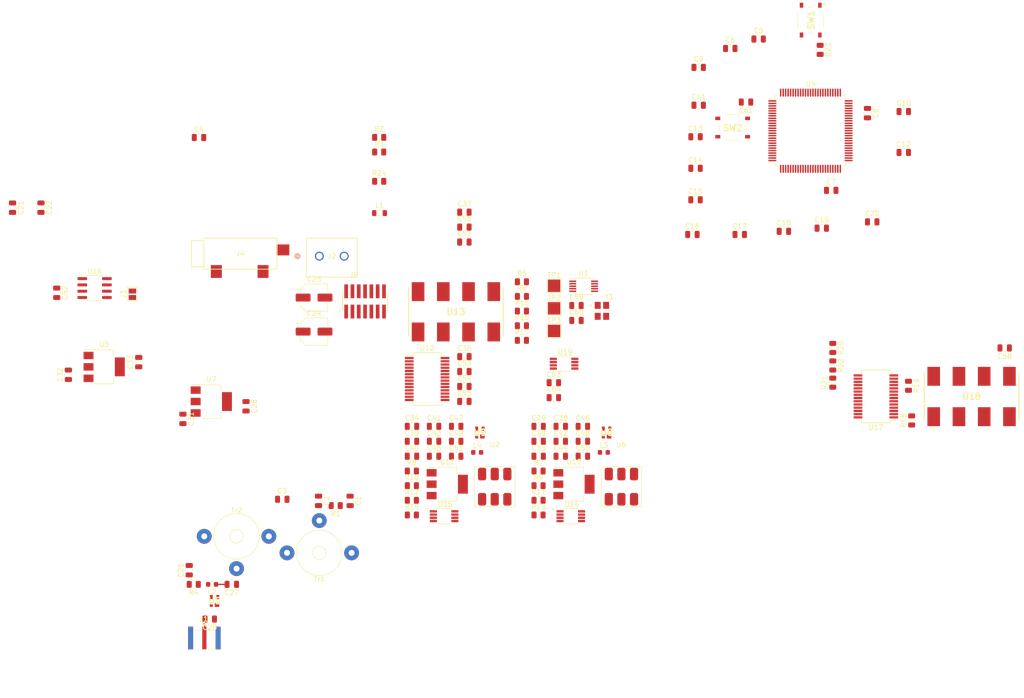
<source format=kicad_pcb>
(kicad_pcb (version 20221018) (generator pcbnew)

  (general
    (thickness 1.55)
  )

  (paper "A4")
  (layers
    (0 "F.Cu" signal)
    (31 "B.Cu" signal)
    (32 "B.Adhes" user "B.Adhesive")
    (33 "F.Adhes" user "F.Adhesive")
    (34 "B.Paste" user)
    (35 "F.Paste" user)
    (36 "B.SilkS" user "B.Silkscreen")
    (37 "F.SilkS" user "F.Silkscreen")
    (38 "B.Mask" user)
    (39 "F.Mask" user)
    (40 "Dwgs.User" user "User.Drawings")
    (41 "Cmts.User" user "User.Comments")
    (42 "Eco1.User" user "User.Eco1")
    (43 "Eco2.User" user "User.Eco2")
    (44 "Edge.Cuts" user)
    (45 "Margin" user)
    (46 "B.CrtYd" user "B.Courtyard")
    (47 "F.CrtYd" user "F.Courtyard")
    (48 "B.Fab" user)
    (49 "F.Fab" user)
    (50 "User.1" user)
    (51 "User.2" user)
    (52 "User.3" user)
    (53 "User.4" user)
    (54 "User.5" user)
    (55 "User.6" user)
    (56 "User.7" user)
    (57 "User.8" user)
    (58 "User.9" user)
  )

  (setup
    (stackup
      (layer "F.SilkS" (type "Top Silk Screen"))
      (layer "F.Paste" (type "Top Solder Paste"))
      (layer "F.Mask" (type "Top Solder Mask") (thickness 0.01))
      (layer "F.Cu" (type "copper") (thickness 0.035))
      (layer "dielectric 1" (type "core") (thickness 1.46) (material "FR4") (epsilon_r 4.5) (loss_tangent 0.02))
      (layer "B.Cu" (type "copper") (thickness 0.035))
      (layer "B.Mask" (type "Bottom Solder Mask") (thickness 0.01))
      (layer "B.Paste" (type "Bottom Solder Paste"))
      (layer "B.SilkS" (type "Bottom Silk Screen"))
      (copper_finish "None")
      (dielectric_constraints no)
    )
    (pad_to_mask_clearance 0)
    (pcbplotparams
      (layerselection 0x00010fc_ffffffff)
      (plot_on_all_layers_selection 0x0000000_00000000)
      (disableapertmacros false)
      (usegerberextensions false)
      (usegerberattributes true)
      (usegerberadvancedattributes true)
      (creategerberjobfile true)
      (dashed_line_dash_ratio 12.000000)
      (dashed_line_gap_ratio 3.000000)
      (svgprecision 4)
      (plotframeref false)
      (viasonmask false)
      (mode 1)
      (useauxorigin false)
      (hpglpennumber 1)
      (hpglpenspeed 20)
      (hpglpendiameter 15.000000)
      (dxfpolygonmode true)
      (dxfimperialunits true)
      (dxfusepcbnewfont true)
      (psnegative false)
      (psa4output false)
      (plotreference true)
      (plotvalue true)
      (plotinvisibletext false)
      (sketchpadsonfab false)
      (subtractmaskfromsilk false)
      (outputformat 1)
      (mirror false)
      (drillshape 1)
      (scaleselection 1)
      (outputdirectory "")
    )
  )

  (net 0 "")
  (net 1 "/frontend/MIX1")
  (net 2 "Net-(C1-Pad2)")
  (net 3 "/frontend/MIX2")
  (net 4 "Net-(C2-Pad2)")
  (net 5 "Net-(C3-Pad1)")
  (net 6 "GND")
  (net 7 "/VLXSMPS")
  (net 8 "+3.3V")
  (net 9 "Net-(C7-Pad1)")
  (net 10 "Net-(C8-Pad1)")
  (net 11 "+3.3VADC")
  (net 12 "Net-(U4-VFBSMPS)")
  (net 13 "Net-(U5-IN)")
  (net 14 "Net-(J1-In)")
  (net 15 "+5V")
  (net 16 "Net-(C27-Pad1)")
  (net 17 "Net-(U5-OUT)")
  (net 18 "Net-(U14-IN)")
  (net 19 "Net-(U8-OUT)")
  (net 20 "Net-(U15-IN)")
  (net 21 "Net-(U9-OUT)")
  (net 22 "/frontend/mixer1/VBIAS")
  (net 23 "/frontend/mixer/VBIAS")
  (net 24 "Net-(U10-ADJ)")
  (net 25 "Net-(U11-ADJ)")
  (net 26 "Net-(U14-COM)")
  (net 27 "Net-(U15-COM)")
  (net 28 "-3V3")
  (net 29 "Net-(U14-CLK)")
  (net 30 "Net-(U15-CLK)")
  (net 31 "Net-(U16-CAP+)")
  (net 32 "Net-(U16-CAP-)")
  (net 33 "Net-(U13-RF_OUT)")
  (net 34 "/SIN")
  (net 35 "Net-(U18-RF_OUT)")
  (net 36 "/COS")
  (net 37 "/NRST")
  (net 38 "Net-(U19-COM)")
  (net 39 "Net-(J3-Pin_2)")
  (net 40 "/dac_processing/DAC_OUT")
  (net 41 "/TDI")
  (net 42 "Net-(J6-Pin_11)")
  (net 43 "/UART_RX")
  (net 44 "/UART_TX")
  (net 45 "Net-(L2-Pad2)")
  (net 46 "Net-(L3-Pad2)")
  (net 47 "Net-(L4-Pad2)")
  (net 48 "/SDA")
  (net 49 "/SCL")
  (net 50 "Net-(U12-IOUT)")
  (net 51 "Net-(U12-RSET)")
  (net 52 "Net-(U12-VINN)")
  (net 53 "Net-(U12-IOUTB)")
  (net 54 "Net-(U12-VINP)")
  (net 55 "Net-(U17-IOUT)")
  (net 56 "Net-(U17-RSET)")
  (net 57 "Net-(U17-VINN)")
  (net 58 "Net-(U17-IOUTB)")
  (net 59 "Net-(U17-VINP)")
  (net 60 "/BOOT0")
  (net 61 "/LO_CLK")
  (net 62 "/DAC_CLK")
  (net 63 "/clock_gen/CLK2")
  (net 64 "Net-(U1-XA)")
  (net 65 "Net-(U1-XB)")
  (net 66 "Net-(U2-IF)")
  (net 67 "unconnected-(U4-PE2-Pad1)")
  (net 68 "unconnected-(U4-PE4-Pad2)")
  (net 69 "unconnected-(U4-PE5-Pad3)")
  (net 70 "/FQ_UD")
  (net 71 "/RESET")
  (net 72 "/W_CLK")
  (net 73 "unconnected-(U4-PC0-Pad16)")
  (net 74 "unconnected-(U4-PC1-Pad17)")
  (net 75 "unconnected-(U4-PC2_C-Pad18)")
  (net 76 "unconnected-(U4-PC3_C-Pad19)")
  (net 77 "unconnected-(U4-VREF+-Pad23)")
  (net 78 "unconnected-(U4-PA0-Pad25)")
  (net 79 "unconnected-(U4-PA1-Pad26)")
  (net 80 "unconnected-(U4-PA2-Pad27)")
  (net 81 "unconnected-(U4-PA3-Pad28)")
  (net 82 "unconnected-(U4-PA4-Pad31)")
  (net 83 "/DAC_IN")
  (net 84 "/ADC1")
  (net 85 "unconnected-(U4-PA7-Pad34)")
  (net 86 "/ADC2")
  (net 87 "unconnected-(U4-PC5-Pad36)")
  (net 88 "unconnected-(U4-PB0-Pad37)")
  (net 89 "unconnected-(U4-PB1-Pad38)")
  (net 90 "unconnected-(U4-PB2-Pad39)")
  (net 91 "unconnected-(U4-PE7-Pad40)")
  (net 92 "unconnected-(U4-PE8-Pad41)")
  (net 93 "unconnected-(U4-PB10-Pad42)")
  (net 94 "unconnected-(U4-PB11-Pad43)")
  (net 95 "unconnected-(U4-PB12-Pad48)")
  (net 96 "unconnected-(U4-PB13-Pad49)")
  (net 97 "unconnected-(U4-PB14-Pad50)")
  (net 98 "unconnected-(U4-PB15-Pad51)")
  (net 99 "/D07")
  (net 100 "/D06")
  (net 101 "/D05")
  (net 102 "/D04")
  (net 103 "/D03")
  (net 104 "/D02")
  (net 105 "/D01")
  (net 106 "/D00")
  (net 107 "unconnected-(U4-PC6-Pad62)")
  (net 108 "unconnected-(U4-PC7-Pad63)")
  (net 109 "unconnected-(U4-PC8-Pad64)")
  (net 110 "unconnected-(U4-PC9-Pad65)")
  (net 111 "unconnected-(U4-PA8-Pad66)")
  (net 112 "unconnected-(U4-PA11-Pad69)")
  (net 113 "unconnected-(U4-PA12-Pad70)")
  (net 114 "/TMS")
  (net 115 "unconnected-(U4-VDD33USB-Pad76)")
  (net 116 "/TCLK")
  (net 117 "unconnected-(U4-PC10-Pad79)")
  (net 118 "/D10")
  (net 119 "/D11")
  (net 120 "/D12")
  (net 121 "/D13")
  (net 122 "/D14")
  (net 123 "/D15")
  (net 124 "/D16")
  (net 125 "/D17")
  (net 126 "/TDO")
  (net 127 "unconnected-(U4-PB4(NJTRST)-Pad90)")
  (net 128 "unconnected-(U4-PB5-Pad91)")
  (net 129 "unconnected-(U4-PB8-Pad95)")
  (net 130 "unconnected-(U4-PB9-Pad96)")
  (net 131 "Net-(U6-IF)")
  (net 132 "unconnected-(U12-VOUTN-Pad13)")
  (net 133 "unconnected-(U12-VOUTP-Pad14)")
  (net 134 "unconnected-(U12-DACBP-Pad17)")
  (net 135 "unconnected-(U16-NC-Pad1)")
  (net 136 "unconnected-(U16-OSC-Pad7)")
  (net 137 "unconnected-(U17-VOUTN-Pad13)")
  (net 138 "unconnected-(U17-VOUTP-Pad14)")
  (net 139 "unconnected-(U17-DACBP-Pad17)")

  (footprint "Capacitor_SMD:C_0805_2012Metric" (layer "F.Cu") (at 96.959 91.76 90))

  (footprint "Capacitor_SMD:C_0805_2012Metric" (layer "F.Cu") (at 166.121 102.151))

  (footprint "Capacitor_SMD:C_0805_2012Metric" (layer "F.Cu") (at 166.121 105.161))

  (footprint "Capacitor_SMD:C_0805_2012Metric" (layer "F.Cu") (at 91.44 58.1 -90))

  (footprint "Resistor_SMD:R_0805_2012Metric" (layer "F.Cu") (at 166.101 111.151))

  (footprint "Capacitor_SMD:C_0805_2012Metric" (layer "F.Cu") (at 200.521 105.161))

  (footprint "TestPoint:TestPoint_Pad_2.5x2.5mm" (layer "F.Cu") (at 194.731 82.931))

  (footprint "footprints:SCLF65" (layer "F.Cu") (at 278.765 96.14))

  (footprint "Capacitor_SMD:C_0805_2012Metric" (layer "F.Cu") (at 235.9 24.13))

  (footprint "Capacitor_SMD:CP_Elec_5x5.3" (layer "F.Cu") (at 146.411 83.061))

  (footprint "Capacitor_SMD:C_0805_2012Metric" (layer "F.Cu") (at 194.681 96.371))

  (footprint "Capacitor_SMD:C_0805_2012Metric" (layer "F.Cu") (at 170.571 108.171))

  (footprint "footprints:SCLF65" (layer "F.Cu") (at 174.971 79.076))

  (footprint "Capacitor_SMD:C_0805_2012Metric" (layer "F.Cu") (at 191.621 105.161))

  (footprint "Capacitor_SMD:C_0805_2012Metric" (layer "F.Cu") (at 175.021 108.171))

  (footprint "Capacitor_SMD:C_0805_2012Metric" (layer "F.Cu") (at 248.605 62.23))

  (footprint "TestPoint:TestPoint_Pad_2.5x2.5mm" (layer "F.Cu") (at 194.731 78.381))

  (footprint "Package_TO_SOT_SMD:SOT-223-3_TabPin2" (layer "F.Cu") (at 125.73 97.155))

  (footprint "footprints:MAX7413CUA+" (layer "F.Cu") (at 172.591 120.251))

  (footprint "Capacitor_SMD:C_0805_2012Metric" (layer "F.Cu") (at 175.021 105.161))

  (footprint "Capacitor_SMD:C_0805_2012Metric" (layer "F.Cu") (at 194.681 93.361))

  (footprint "Package_QFP:LQFP-100_14x14mm_P0.5mm" (layer "F.Cu") (at 246.34 42.6))

  (footprint "Capacitor_SMD:C_0805_2012Metric" (layer "F.Cu") (at 176.671 65.031))

  (footprint "Capacitor_SMD:C_0805_2012Metric" (layer "F.Cu") (at 199.231 77.811))

  (footprint "Capacitor_SMD:C_0805_2012Metric" (layer "F.Cu") (at 140.015 116.84))

  (footprint "Capacitor_SMD:C_0805_2012Metric" (layer "F.Cu") (at 176.671 59.011))

  (footprint "Package_SO:MSOP-10_3x3mm_P0.5mm" (layer "F.Cu") (at 200.681 73.931))

  (footprint "Capacitor_SMD:C_0805_2012Metric" (layer "F.Cu") (at 223.205 50.165))

  (footprint "Resistor_SMD:R_0805_2012Metric" (layer "F.Cu") (at 266.7 100.965 90))

  (footprint "Resistor_SMD:R_0805_2012Metric" (layer "F.Cu") (at 266.065 93.98 -90))

  (footprint "footprints:TAOGLAS_EMPCB.SMAFSTJ.B.HT" (layer "F.Cu") (at 124.33575 144.78))

  (footprint "Capacitor_SMD:C_0805_2012Metric" (layer "F.Cu") (at 176.671 97.131))

  (footprint "Inductor_SMD:L_0805_2012Metric" (layer "F.Cu") (at 159.591 59.191))

  (footprint "Capacitor_SMD:C_0805_2012Metric" (layer "F.Cu") (at 240.985 62.865))

  (footprint "Inductor_SMD:L_0603_1608Metric" (layer "F.Cu") (at 125.8825 133.985 180))

  (footprint "Capacitor_SMD:C_0805_2012Metric" (layer "F.Cu") (at 121.285 131.125 90))

  (footprint "Capacitor_SMD:C_0805_2012Metric" (layer "F.Cu") (at 196.071 102.151))

  (footprint "Capacitor_SMD:C_0805_2012Metric" (layer "F.Cu") (at 199.231 80.821))

  (footprint "Resistor_SMD:R_0805_2012Metric" (layer "F.Cu") (at 188.251 75.981))

  (footprint "Capacitor_SMD:C_0805_2012Metric" (layer "F.Cu") (at 191.621 102.151))

  (footprint "Capacitor_SMD:C_0805_2012Metric" (layer "F.Cu") (at 222.57 63.5))

  (footprint "Capacitor_SMD:C_0805_2012Metric" (layer "F.Cu") (at 120.015 100.645 -90))

  (footprint "footprints:XTAL_ABM8G-25.000MHZ-4Y-T3" (layer "F.Cu") (at 204.356 78.881))

  (footprint "Capacitor_SMD:C_0805_2012Metric" (layer "F.Cu") (at 111.125 89.22 90))

  (footprint "Capacitor_SMD:C_0805_2012Metric" (layer "F.Cu") (at 223.2 56.515))

  (footprint "Capacitor_SMD:C_0805_2012Metric" (layer "F.Cu")
    (tstamp 68714d10-ed35-408b-8fc6-be2b5fd36b7e)
    (at 129.855 133.985 180)
    (descr "Capacitor SMD 0805 (2012 Metric), square (rectangular) end terminal, IPC_7351 nominal, (Body size source: IPC-SM-782 page 76, https://www.pcb-3d.com/wordpress/wp-content/uploads/ipc-sm-782a_amendment_1_and_2.pdf, https://docs.google.com/spreadsheets/d/1BsfQQcO9C6DZCsRaXUlFlo91Tg2W
... [296257 chars truncated]
</source>
